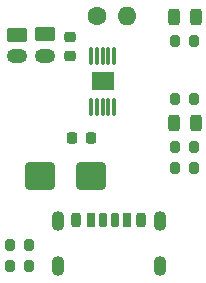
<source format=gbr>
%TF.GenerationSoftware,KiCad,Pcbnew,9.0.0*%
%TF.CreationDate,2025-11-29T18:06:43+01:00*%
%TF.ProjectId,Battery power module,42617474-6572-4792-9070-6f776572206d,rev?*%
%TF.SameCoordinates,Original*%
%TF.FileFunction,Soldermask,Top*%
%TF.FilePolarity,Negative*%
%FSLAX46Y46*%
G04 Gerber Fmt 4.6, Leading zero omitted, Abs format (unit mm)*
G04 Created by KiCad (PCBNEW 9.0.0) date 2025-11-29 18:06:43*
%MOMM*%
%LPD*%
G01*
G04 APERTURE LIST*
G04 Aperture macros list*
%AMRoundRect*
0 Rectangle with rounded corners*
0 $1 Rounding radius*
0 $2 $3 $4 $5 $6 $7 $8 $9 X,Y pos of 4 corners*
0 Add a 4 corners polygon primitive as box body*
4,1,4,$2,$3,$4,$5,$6,$7,$8,$9,$2,$3,0*
0 Add four circle primitives for the rounded corners*
1,1,$1+$1,$2,$3*
1,1,$1+$1,$4,$5*
1,1,$1+$1,$6,$7*
1,1,$1+$1,$8,$9*
0 Add four rect primitives between the rounded corners*
20,1,$1+$1,$2,$3,$4,$5,0*
20,1,$1+$1,$4,$5,$6,$7,0*
20,1,$1+$1,$6,$7,$8,$9,0*
20,1,$1+$1,$8,$9,$2,$3,0*%
G04 Aperture macros list end*
%ADD10RoundRect,0.075000X0.075000X-0.650000X0.075000X0.650000X-0.075000X0.650000X-0.075000X-0.650000X0*%
%ADD11R,1.880000X1.570000*%
%ADD12RoundRect,0.243750X-0.243750X-0.456250X0.243750X-0.456250X0.243750X0.456250X-0.243750X0.456250X0*%
%ADD13C,1.600000*%
%ADD14O,1.600000X1.600000*%
%ADD15RoundRect,0.200000X0.200000X0.275000X-0.200000X0.275000X-0.200000X-0.275000X0.200000X-0.275000X0*%
%ADD16RoundRect,0.250000X-0.625000X0.350000X-0.625000X-0.350000X0.625000X-0.350000X0.625000X0.350000X0*%
%ADD17RoundRect,0.175000X-0.175000X-0.425000X0.175000X-0.425000X0.175000X0.425000X-0.175000X0.425000X0*%
%ADD18RoundRect,0.190000X0.190000X0.410000X-0.190000X0.410000X-0.190000X-0.410000X0.190000X-0.410000X0*%
%ADD19RoundRect,0.200000X0.200000X0.400000X-0.200000X0.400000X-0.200000X-0.400000X0.200000X-0.400000X0*%
%ADD20RoundRect,0.175000X0.175000X0.425000X-0.175000X0.425000X-0.175000X-0.425000X0.175000X-0.425000X0*%
%ADD21RoundRect,0.190000X-0.190000X-0.410000X0.190000X-0.410000X0.190000X0.410000X-0.190000X0.410000X0*%
%ADD22RoundRect,0.200000X-0.200000X-0.400000X0.200000X-0.400000X0.200000X0.400000X-0.200000X0.400000X0*%
%ADD23O,1.100000X1.700000*%
%ADD24RoundRect,0.225000X0.250000X-0.225000X0.250000X0.225000X-0.250000X0.225000X-0.250000X-0.225000X0*%
%ADD25RoundRect,0.250000X-1.000000X-0.900000X1.000000X-0.900000X1.000000X0.900000X-1.000000X0.900000X0*%
%ADD26RoundRect,0.225000X0.225000X0.250000X-0.225000X0.250000X-0.225000X-0.250000X0.225000X-0.250000X0*%
%ADD27O,1.750000X1.200000*%
G04 APERTURE END LIST*
D10*
%TO.C,U1*%
X128154000Y-103886000D03*
X128654000Y-103886000D03*
X129154000Y-103886000D03*
X129654000Y-103886000D03*
X130154000Y-103886000D03*
X130154000Y-99586000D03*
X129654000Y-99586000D03*
X129154000Y-99586000D03*
X128654000Y-99586000D03*
X128154000Y-99586000D03*
D11*
X129154000Y-101736000D03*
%TD*%
D12*
%TO.C,D1*%
X135171200Y-105283000D03*
X137046200Y-105283000D03*
%TD*%
D13*
%TO.C,TH1*%
X128698200Y-96215200D03*
D14*
X131238200Y-96215200D03*
%TD*%
D15*
%TO.C,R6*%
X122935000Y-117348000D03*
X121285000Y-117348000D03*
%TD*%
D16*
%TO.C,*%
X121920000Y-97790000D03*
%TD*%
D17*
%TO.C,J1*%
X129180000Y-113527800D03*
D18*
X131200000Y-113527800D03*
D19*
X132430000Y-113527800D03*
D20*
X130180000Y-113527800D03*
D21*
X128160000Y-113527800D03*
D22*
X126930000Y-113527800D03*
D23*
X125360000Y-113607800D03*
X125360000Y-117407800D03*
X134000000Y-113607800D03*
X134000000Y-117407800D03*
%TD*%
D15*
%TO.C,R5*%
X122936000Y-115570000D03*
X121286000Y-115570000D03*
%TD*%
D12*
%TO.C,D2*%
X135171200Y-96266000D03*
X137046200Y-96266000D03*
%TD*%
D24*
%TO.C,C2*%
X126390400Y-99587600D03*
X126390400Y-98037600D03*
%TD*%
D25*
%TO.C,D3*%
X123834000Y-109728000D03*
X128134000Y-109728000D03*
%TD*%
D26*
%TO.C,C1*%
X128143000Y-106534200D03*
X126593000Y-106534200D03*
%TD*%
D16*
%TO.C,J2*%
X124297000Y-97757000D03*
D27*
X124297000Y-99587600D03*
%TD*%
%TO.C,*%
X121919000Y-99568000D03*
%TD*%
D15*
%TO.C,R4*%
X136918200Y-107315000D03*
X135268200Y-107315000D03*
%TD*%
%TO.C,R1*%
X136933700Y-103251000D03*
X135283700Y-103251000D03*
%TD*%
%TO.C,R2*%
X136933700Y-98298000D03*
X135283700Y-98298000D03*
%TD*%
%TO.C,R3*%
X136918200Y-109067600D03*
X135268200Y-109067600D03*
%TD*%
M02*

</source>
